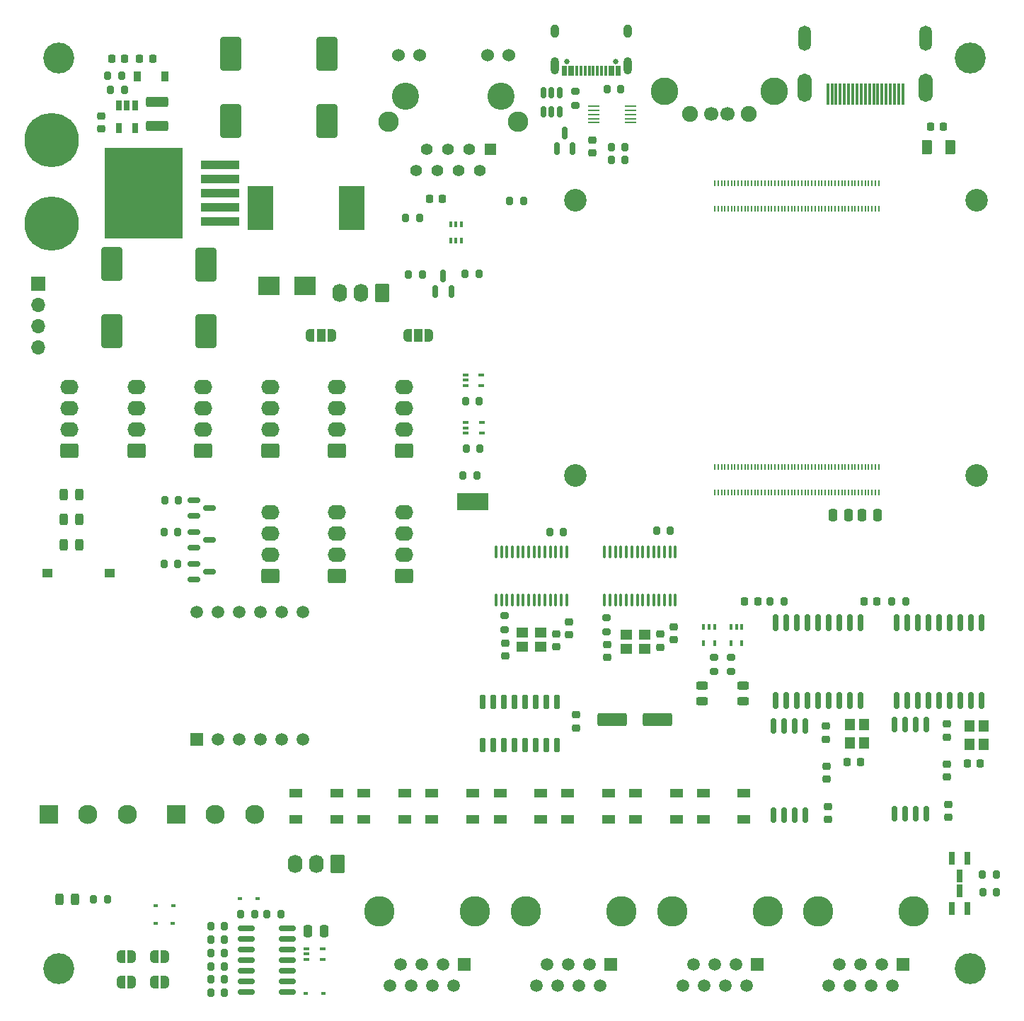
<source format=gts>
G04 #@! TF.GenerationSoftware,KiCad,Pcbnew,6.0.2+dfsg-1*
G04 #@! TF.CreationDate,2022-11-23T20:56:24-08:00*
G04 #@! TF.ProjectId,cm4-robot,636d342d-726f-4626-9f74-2e6b69636164,rev?*
G04 #@! TF.SameCoordinates,Original*
G04 #@! TF.FileFunction,Soldermask,Top*
G04 #@! TF.FilePolarity,Negative*
%FSLAX46Y46*%
G04 Gerber Fmt 4.6, Leading zero omitted, Abs format (unit mm)*
G04 Created by KiCad (PCBNEW 6.0.2+dfsg-1) date 2022-11-23 20:56:24*
%MOMM*%
%LPD*%
G01*
G04 APERTURE LIST*
G04 Aperture macros list*
%AMRoundRect*
0 Rectangle with rounded corners*
0 $1 Rounding radius*
0 $2 $3 $4 $5 $6 $7 $8 $9 X,Y pos of 4 corners*
0 Add a 4 corners polygon primitive as box body*
4,1,4,$2,$3,$4,$5,$6,$7,$8,$9,$2,$3,0*
0 Add four circle primitives for the rounded corners*
1,1,$1+$1,$2,$3*
1,1,$1+$1,$4,$5*
1,1,$1+$1,$6,$7*
1,1,$1+$1,$8,$9*
0 Add four rect primitives between the rounded corners*
20,1,$1+$1,$2,$3,$4,$5,0*
20,1,$1+$1,$4,$5,$6,$7,0*
20,1,$1+$1,$6,$7,$8,$9,0*
20,1,$1+$1,$8,$9,$2,$3,0*%
%AMFreePoly0*
4,1,22,0.500000,-0.750000,0.000000,-0.750000,0.000000,-0.745033,-0.079941,-0.743568,-0.215256,-0.701293,-0.333266,-0.622738,-0.424486,-0.514219,-0.481581,-0.384460,-0.499164,-0.250000,-0.500000,-0.250000,-0.500000,0.250000,-0.499164,0.250000,-0.499963,0.256109,-0.478152,0.396186,-0.417904,0.524511,-0.324060,0.630769,-0.204165,0.706417,-0.067858,0.745374,0.000000,0.744959,0.000000,0.750000,
0.500000,0.750000,0.500000,-0.750000,0.500000,-0.750000,$1*%
%AMFreePoly1*
4,1,20,0.000000,0.744959,0.073905,0.744508,0.209726,0.703889,0.328688,0.626782,0.421226,0.519385,0.479903,0.390333,0.500000,0.250000,0.500000,-0.250000,0.499851,-0.262216,0.476331,-0.402017,0.414519,-0.529596,0.319384,-0.634700,0.198574,-0.708877,0.061801,-0.746166,0.000000,-0.745033,0.000000,-0.750000,-0.500000,-0.750000,-0.500000,0.750000,0.000000,0.750000,0.000000,0.744959,
0.000000,0.744959,$1*%
%AMFreePoly2*
4,1,22,0.550000,-0.750000,0.000000,-0.750000,0.000000,-0.745033,-0.079941,-0.743568,-0.215256,-0.701293,-0.333266,-0.622738,-0.424486,-0.514219,-0.481581,-0.384460,-0.499164,-0.250000,-0.500000,-0.250000,-0.500000,0.250000,-0.499164,0.250000,-0.499963,0.256109,-0.478152,0.396186,-0.417904,0.524511,-0.324060,0.630769,-0.204165,0.706417,-0.067858,0.745374,0.000000,0.744959,0.000000,0.750000,
0.550000,0.750000,0.550000,-0.750000,0.550000,-0.750000,$1*%
%AMFreePoly3*
4,1,20,0.000000,0.744959,0.073905,0.744508,0.209726,0.703889,0.328688,0.626782,0.421226,0.519385,0.479903,0.390333,0.500000,0.250000,0.500000,-0.250000,0.499851,-0.262216,0.476331,-0.402017,0.414519,-0.529596,0.319384,-0.634700,0.198574,-0.708877,0.061801,-0.746166,0.000000,-0.745033,0.000000,-0.750000,-0.550000,-0.750000,-0.550000,0.750000,0.000000,0.750000,0.000000,0.744959,
0.000000,0.744959,$1*%
G04 Aperture macros list end*
%ADD10RoundRect,0.250000X0.845000X-0.620000X0.845000X0.620000X-0.845000X0.620000X-0.845000X-0.620000X0*%
%ADD11O,2.190000X1.740000*%
%ADD12RoundRect,0.200000X-0.200000X-0.275000X0.200000X-0.275000X0.200000X0.275000X-0.200000X0.275000X0*%
%ADD13C,3.650000*%
%ADD14R,1.500000X1.500000*%
%ADD15C,1.500000*%
%ADD16C,3.700000*%
%ADD17R,0.600000X0.450000*%
%ADD18R,1.400000X1.200000*%
%ADD19FreePoly0,180.000000*%
%ADD20FreePoly1,180.000000*%
%ADD21RoundRect,0.250000X1.075000X-0.375000X1.075000X0.375000X-1.075000X0.375000X-1.075000X-0.375000X0*%
%ADD22RoundRect,0.250000X-1.000000X1.750000X-1.000000X-1.750000X1.000000X-1.750000X1.000000X1.750000X0*%
%ADD23R,2.500000X2.300000*%
%ADD24R,0.228600X0.711200*%
%ADD25R,1.500000X1.000000*%
%ADD26RoundRect,0.225000X-0.250000X0.225000X-0.250000X-0.225000X0.250000X-0.225000X0.250000X0.225000X0*%
%ADD27C,6.500000*%
%ADD28RoundRect,0.200000X0.200000X0.275000X-0.200000X0.275000X-0.200000X-0.275000X0.200000X-0.275000X0*%
%ADD29RoundRect,0.225000X0.250000X-0.225000X0.250000X0.225000X-0.250000X0.225000X-0.250000X-0.225000X0*%
%ADD30RoundRect,0.225000X-0.225000X-0.250000X0.225000X-0.250000X0.225000X0.250000X-0.225000X0.250000X0*%
%ADD31FreePoly2,180.000000*%
%ADD32R,1.000000X1.500000*%
%ADD33FreePoly3,180.000000*%
%ADD34RoundRect,0.070000X-0.300000X0.650000X-0.300000X-0.650000X0.300000X-0.650000X0.300000X0.650000X0*%
%ADD35R,0.650000X0.400000*%
%ADD36R,1.200000X1.400000*%
%ADD37RoundRect,0.250000X1.000000X-1.750000X1.000000X1.750000X-1.000000X1.750000X-1.000000X-1.750000X0*%
%ADD38RoundRect,0.150000X-0.587500X-0.150000X0.587500X-0.150000X0.587500X0.150000X-0.587500X0.150000X0*%
%ADD39RoundRect,0.250000X0.375000X0.625000X-0.375000X0.625000X-0.375000X-0.625000X0.375000X-0.625000X0*%
%ADD40RoundRect,0.225000X0.225000X0.250000X-0.225000X0.250000X-0.225000X-0.250000X0.225000X-0.250000X0*%
%ADD41RoundRect,0.070000X0.300000X-0.650000X0.300000X0.650000X-0.300000X0.650000X-0.300000X-0.650000X0*%
%ADD42C,3.250000*%
%ADD43R,1.398000X1.398000*%
%ADD44C,1.398000*%
%ADD45C,1.530000*%
%ADD46C,2.445000*%
%ADD47RoundRect,0.200000X0.275000X-0.200000X0.275000X0.200000X-0.275000X0.200000X-0.275000X-0.200000X0*%
%ADD48R,0.300000X2.600000*%
%ADD49O,1.700000X3.400000*%
%ADD50O,1.500000X3.000000*%
%ADD51RoundRect,0.070000X0.300000X0.525000X-0.300000X0.525000X-0.300000X-0.525000X0.300000X-0.525000X0*%
%ADD52RoundRect,0.200000X-0.275000X0.200000X-0.275000X-0.200000X0.275000X-0.200000X0.275000X0.200000X0*%
%ADD53RoundRect,0.150000X0.150000X-0.875000X0.150000X0.875000X-0.150000X0.875000X-0.150000X-0.875000X0*%
%ADD54RoundRect,0.250000X0.620000X0.845000X-0.620000X0.845000X-0.620000X-0.845000X0.620000X-0.845000X0*%
%ADD55O,1.740000X2.190000*%
%ADD56FreePoly0,0.000000*%
%ADD57FreePoly1,0.000000*%
%ADD58R,0.400000X0.650000*%
%ADD59RoundRect,0.150000X-0.825000X-0.150000X0.825000X-0.150000X0.825000X0.150000X-0.825000X0.150000X0*%
%ADD60RoundRect,0.250000X-0.250000X-0.475000X0.250000X-0.475000X0.250000X0.475000X-0.250000X0.475000X0*%
%ADD61R,2.300000X2.300000*%
%ADD62C,2.300000*%
%ADD63R,4.600000X1.100000*%
%ADD64R,9.400000X10.800000*%
%ADD65RoundRect,0.150000X-0.150000X0.750000X-0.150000X-0.750000X0.150000X-0.750000X0.150000X0.750000X0*%
%ADD66RoundRect,0.243750X0.243750X0.456250X-0.243750X0.456250X-0.243750X-0.456250X0.243750X-0.456250X0*%
%ADD67R,1.200000X1.000000*%
%ADD68C,1.900000*%
%ADD69C,1.700000*%
%ADD70C,3.300000*%
%ADD71RoundRect,0.250000X0.250000X0.475000X-0.250000X0.475000X-0.250000X-0.475000X0.250000X-0.475000X0*%
%ADD72RoundRect,0.250000X-1.500000X-0.550000X1.500000X-0.550000X1.500000X0.550000X-1.500000X0.550000X0*%
%ADD73RoundRect,0.150000X0.150000X-0.587500X0.150000X0.587500X-0.150000X0.587500X-0.150000X-0.587500X0*%
%ADD74C,0.650000*%
%ADD75R,0.300000X1.150000*%
%ADD76O,1.000000X2.100000*%
%ADD77O,1.000000X1.600000*%
%ADD78RoundRect,0.243750X0.456250X-0.243750X0.456250X0.243750X-0.456250X0.243750X-0.456250X-0.243750X0*%
%ADD79RoundRect,0.100000X0.100000X-0.637500X0.100000X0.637500X-0.100000X0.637500X-0.100000X-0.637500X0*%
%ADD80R,1.700000X1.700000*%
%ADD81O,1.700000X1.700000*%
%ADD82R,1.358900X0.279400*%
%ADD83R,0.900000X1.200000*%
%ADD84RoundRect,0.150000X0.150000X-0.725000X0.150000X0.725000X-0.150000X0.725000X-0.150000X-0.725000X0*%
%ADD85C,2.700000*%
%ADD86R,0.200000X0.700000*%
%ADD87RoundRect,0.150000X-0.150000X0.512500X-0.150000X-0.512500X0.150000X-0.512500X0.150000X0.512500X0*%
%ADD88R,3.149600X5.308600*%
%ADD89R,3.800000X2.000000*%
G04 APERTURE END LIST*
D10*
X61750000Y-91500000D03*
D11*
X61750000Y-88960000D03*
X61750000Y-86420000D03*
X61750000Y-83880000D03*
D12*
X62636000Y-151613000D03*
X64286000Y-151613000D03*
D13*
X111770000Y-146650000D03*
X100340000Y-146650000D03*
D14*
X110500000Y-153000000D03*
D15*
X109230000Y-155540000D03*
X107960000Y-153000000D03*
X106690000Y-155540000D03*
X105420000Y-153000000D03*
X104150000Y-155540000D03*
X102880000Y-153000000D03*
X101610000Y-155540000D03*
D10*
X69750000Y-91500000D03*
D11*
X69750000Y-88960000D03*
X69750000Y-86420000D03*
X69750000Y-83880000D03*
D16*
X44500000Y-153500000D03*
D17*
X58128000Y-148094000D03*
X56028000Y-148094000D03*
D18*
X102115000Y-113269000D03*
X99915000Y-113269000D03*
X99915000Y-114969000D03*
X102115000Y-114969000D03*
D19*
X53200000Y-155050000D03*
D20*
X51900000Y-155050000D03*
D13*
X135340000Y-146650000D03*
X146770000Y-146650000D03*
D14*
X145500000Y-153000000D03*
D15*
X144230000Y-155540000D03*
X142960000Y-153000000D03*
X141690000Y-155540000D03*
X140420000Y-153000000D03*
X139150000Y-155540000D03*
X137880000Y-153000000D03*
X136610000Y-155540000D03*
D21*
X56262000Y-52608000D03*
X56262000Y-49808000D03*
D22*
X62099000Y-69208000D03*
X62099000Y-77208000D03*
D23*
X69596000Y-71756000D03*
X73896000Y-71756000D03*
D24*
X122950002Y-59500001D03*
X122950002Y-62579999D03*
X123350001Y-59500001D03*
X123350001Y-62579999D03*
X123750000Y-59500001D03*
X123750000Y-62579999D03*
X124150002Y-59500001D03*
X124150002Y-62579999D03*
X124550001Y-59500001D03*
X124550001Y-62579999D03*
X124950000Y-59500001D03*
X124950000Y-62579999D03*
X125350002Y-59500001D03*
X125350002Y-62579999D03*
X125750001Y-59500001D03*
X125750001Y-62579999D03*
X126150001Y-59500001D03*
X126150001Y-62579999D03*
X126550000Y-59500001D03*
X126550000Y-62579999D03*
X126950001Y-59500001D03*
X126950001Y-62579999D03*
X127350001Y-59500001D03*
X127350001Y-62579999D03*
X127750000Y-59500001D03*
X127750000Y-62579999D03*
X128150002Y-59500001D03*
X128150002Y-62579999D03*
X128550001Y-59500001D03*
X128550001Y-62579999D03*
X128950000Y-59500001D03*
X128950000Y-62579999D03*
X129350002Y-59500001D03*
X129350002Y-62579999D03*
X129750001Y-59500001D03*
X129750001Y-62579999D03*
X130150000Y-59500001D03*
X130150000Y-62579999D03*
X130549999Y-59500001D03*
X130549999Y-62579999D03*
X130950001Y-59500001D03*
X130950001Y-62579999D03*
X131350000Y-59500001D03*
X131350000Y-62579999D03*
X131749999Y-59500001D03*
X131749999Y-62579999D03*
X132150001Y-59500001D03*
X132150001Y-62579999D03*
X132550000Y-59500001D03*
X132550000Y-62579999D03*
X132950000Y-59500001D03*
X132950000Y-62579999D03*
X133350001Y-59500001D03*
X133350001Y-62579999D03*
X133750001Y-59500001D03*
X133750001Y-62579999D03*
X134150000Y-59500001D03*
X134150000Y-62579999D03*
X134549999Y-59500001D03*
X134549999Y-62579999D03*
X134950001Y-59500001D03*
X134950001Y-62579999D03*
X135350000Y-59500001D03*
X135350000Y-62579999D03*
X135749999Y-59500001D03*
X135749999Y-62579999D03*
X136150001Y-59500001D03*
X136150001Y-62579999D03*
X136550000Y-59500001D03*
X136550000Y-62579999D03*
X136949999Y-59500001D03*
X136949999Y-62579999D03*
X137349998Y-59500001D03*
X137349998Y-62579999D03*
X137750000Y-59500001D03*
X137750000Y-62579999D03*
X138149999Y-59500001D03*
X138149999Y-62579999D03*
X138549999Y-59500001D03*
X138549999Y-62579999D03*
X138950000Y-59500001D03*
X138950000Y-62579999D03*
X139349999Y-59500001D03*
X139349999Y-62579999D03*
X139749999Y-59500001D03*
X139749999Y-62579999D03*
X140150000Y-59500001D03*
X140150000Y-62579999D03*
X140550000Y-59500001D03*
X140550000Y-62579999D03*
X140949999Y-59500001D03*
X140949999Y-62579999D03*
X141349998Y-59500001D03*
X141349998Y-62579999D03*
X141750000Y-59500001D03*
X141750000Y-62579999D03*
X142149999Y-59500001D03*
X142149999Y-62579999D03*
X142549998Y-59500001D03*
X142549998Y-62579999D03*
D25*
X102150000Y-135650000D03*
X102150000Y-132450000D03*
X97250000Y-132450000D03*
X97250000Y-135650000D03*
D26*
X136250000Y-124475000D03*
X136250000Y-126025000D03*
D27*
X43600000Y-64300000D03*
D12*
X93206000Y-91223000D03*
X94856000Y-91223000D03*
D28*
X64286000Y-150036000D03*
X62636000Y-150036000D03*
D29*
X110066000Y-116220000D03*
X110066000Y-114670000D03*
D28*
X111697000Y-48203000D03*
X110047000Y-48203000D03*
D30*
X88787000Y-61334000D03*
X90337000Y-61334000D03*
D31*
X77150000Y-77700000D03*
D32*
X75850000Y-77700000D03*
D33*
X74550000Y-77700000D03*
D34*
X153168000Y-140255000D03*
X151268000Y-140255000D03*
X152218000Y-142355000D03*
D18*
X114552000Y-113521000D03*
X112352000Y-113521000D03*
X112352000Y-115221000D03*
X114552000Y-115221000D03*
D26*
X136353000Y-129269000D03*
X136353000Y-130819000D03*
D35*
X93111000Y-82409000D03*
X93111000Y-83059000D03*
X93111000Y-83709000D03*
X95011000Y-83709000D03*
X95011000Y-82409000D03*
D36*
X140800000Y-126481000D03*
X140800000Y-124281000D03*
X139100000Y-124281000D03*
X139100000Y-126481000D03*
D29*
X105533000Y-113505000D03*
X105533000Y-111955000D03*
D37*
X76556000Y-52038000D03*
X76556000Y-44038000D03*
D28*
X112233000Y-56726000D03*
X110583000Y-56726000D03*
D38*
X60613500Y-97399000D03*
X60613500Y-99299000D03*
X62488500Y-98349000D03*
D12*
X154985000Y-142250000D03*
X156635000Y-142250000D03*
D39*
X151151000Y-55145000D03*
X148351000Y-55145000D03*
D40*
X52335600Y-44626600D03*
X50785600Y-44626600D03*
D30*
X126519000Y-109512000D03*
X128069000Y-109512000D03*
D25*
X118350000Y-135650000D03*
X118350000Y-132450000D03*
X113450000Y-132450000D03*
X113450000Y-135650000D03*
D19*
X53200000Y-152050000D03*
D20*
X51900000Y-152050000D03*
D30*
X148727000Y-52742000D03*
X150277000Y-52742000D03*
D41*
X151268000Y-146305000D03*
X153168000Y-146305000D03*
X152218000Y-144205000D03*
D38*
X60613500Y-101223000D03*
X60613500Y-103123000D03*
X62488500Y-102173000D03*
D25*
X77750000Y-135650000D03*
X77750000Y-132450000D03*
X72850000Y-132450000D03*
X72850000Y-135650000D03*
D10*
X77750000Y-106500000D03*
D11*
X77750000Y-103960000D03*
X77750000Y-101420000D03*
X77750000Y-98880000D03*
D42*
X85975000Y-49076000D03*
X97405000Y-49076000D03*
D43*
X96140000Y-55426000D03*
D44*
X94870000Y-57966000D03*
X93600000Y-55426000D03*
X92330000Y-57966000D03*
X91060000Y-55426000D03*
X89790000Y-57966000D03*
X88520000Y-55426000D03*
X87250000Y-57966000D03*
D45*
X98315000Y-44176000D03*
X95775000Y-44176000D03*
X87605000Y-44176000D03*
X85065000Y-44176000D03*
D46*
X99435000Y-52126000D03*
X83945000Y-52126000D03*
D47*
X124890000Y-117911000D03*
X124890000Y-116261000D03*
D48*
X136460000Y-48849000D03*
X136960000Y-48849000D03*
X137460000Y-48849000D03*
X137960000Y-48849000D03*
X138460000Y-48849000D03*
X138960000Y-48849000D03*
X139460000Y-48849000D03*
X139960000Y-48849000D03*
X140460000Y-48849000D03*
X140960000Y-48849000D03*
X141460000Y-48849000D03*
X141960000Y-48849000D03*
X142460000Y-48849000D03*
X142960000Y-48849000D03*
X143460000Y-48849000D03*
X143960000Y-48849000D03*
X144460000Y-48849000D03*
X144960000Y-48849000D03*
X145460000Y-48849000D03*
D49*
X148210000Y-48089000D03*
D50*
X148210000Y-42129000D03*
D49*
X133710000Y-48089000D03*
D50*
X133710000Y-42129000D03*
D51*
X53567000Y-50192000D03*
X52617000Y-50192000D03*
X51667000Y-50192000D03*
X51667000Y-52892000D03*
X53567000Y-52892000D03*
D12*
X57074000Y-101234000D03*
X58724000Y-101234000D03*
X62636000Y-148436000D03*
X64286000Y-148436000D03*
D35*
X93153000Y-88117000D03*
X93153000Y-88767000D03*
X93153000Y-89417000D03*
X95053000Y-89417000D03*
X95053000Y-88117000D03*
D12*
X48621000Y-145218000D03*
X50271000Y-145218000D03*
D26*
X116412000Y-113453000D03*
X116412000Y-115003000D03*
D52*
X97824000Y-111252000D03*
X97824000Y-112902000D03*
D53*
X130209000Y-121401000D03*
X131479000Y-121401000D03*
X132749000Y-121401000D03*
X134019000Y-121401000D03*
X135289000Y-121401000D03*
X136559000Y-121401000D03*
X137829000Y-121401000D03*
X139099000Y-121401000D03*
X140369000Y-121401000D03*
X140369000Y-112101000D03*
X139099000Y-112101000D03*
X137829000Y-112101000D03*
X136559000Y-112101000D03*
X135289000Y-112101000D03*
X134019000Y-112101000D03*
X132749000Y-112101000D03*
X131479000Y-112101000D03*
X130209000Y-112101000D03*
D30*
X54128000Y-44635800D03*
X55678000Y-44635800D03*
D16*
X44500000Y-44500000D03*
D27*
X43600000Y-54300000D03*
D10*
X45750000Y-91500000D03*
D11*
X45750000Y-88960000D03*
X45750000Y-86420000D03*
X45750000Y-83880000D03*
D26*
X150872000Y-133816000D03*
X150872000Y-135366000D03*
D28*
X64286000Y-154790000D03*
X62636000Y-154790000D03*
D40*
X140360000Y-128794000D03*
X138810000Y-128794000D03*
D29*
X97846000Y-116092000D03*
X97846000Y-114542000D03*
D28*
X94475000Y-94489000D03*
X92825000Y-94489000D03*
D54*
X83180000Y-72615000D03*
D55*
X80640000Y-72615000D03*
X78100000Y-72615000D03*
D56*
X55900000Y-155050000D03*
D57*
X57200000Y-155050000D03*
D58*
X126186000Y-112624000D03*
X125536000Y-112624000D03*
X124886000Y-112624000D03*
X124886000Y-114524000D03*
X126186000Y-114524000D03*
D59*
X66891000Y-148643000D03*
X66891000Y-149913000D03*
X66891000Y-151183000D03*
X66891000Y-152453000D03*
X66891000Y-153723000D03*
X66891000Y-154993000D03*
X66891000Y-156263000D03*
X71841000Y-156263000D03*
X71841000Y-154993000D03*
X71841000Y-153723000D03*
X71841000Y-152453000D03*
X71841000Y-151183000D03*
X71841000Y-149913000D03*
X71841000Y-148643000D03*
D36*
X155119000Y-126651000D03*
X155119000Y-124451000D03*
X153419000Y-124451000D03*
X153419000Y-126651000D03*
D60*
X140550000Y-99250000D03*
X142450000Y-99250000D03*
D61*
X58500000Y-135000000D03*
D62*
X63199000Y-135000000D03*
X67898000Y-135000000D03*
D17*
X74027000Y-156423000D03*
X76127000Y-156423000D03*
D63*
X63781000Y-64096000D03*
X63781000Y-62396000D03*
D64*
X54631000Y-60696000D03*
D63*
X63781000Y-60696000D03*
X63781000Y-58996000D03*
X63781000Y-57296000D03*
D58*
X122909000Y-112629000D03*
X122259000Y-112629000D03*
X121609000Y-112629000D03*
X121609000Y-114529000D03*
X122909000Y-114529000D03*
D65*
X148292000Y-124297000D03*
X147022000Y-124297000D03*
X145752000Y-124297000D03*
X144482000Y-124297000D03*
X144482000Y-134947000D03*
X145752000Y-134947000D03*
X147022000Y-134947000D03*
X148292000Y-134947000D03*
D37*
X65016000Y-52038000D03*
X65016000Y-44038000D03*
D52*
X106282000Y-48501000D03*
X106282000Y-50151000D03*
D28*
X145764000Y-109512000D03*
X144114000Y-109512000D03*
D35*
X74125000Y-151070000D03*
X74125000Y-151720000D03*
X74125000Y-152370000D03*
X76025000Y-152370000D03*
X76025000Y-151070000D03*
D66*
X46937500Y-99750000D03*
X45062500Y-99750000D03*
D10*
X69750000Y-106500000D03*
D11*
X69750000Y-103960000D03*
X69750000Y-101420000D03*
X69750000Y-98880000D03*
D12*
X57074000Y-105039000D03*
X58724000Y-105039000D03*
X50336000Y-46602000D03*
X51986000Y-46602000D03*
D10*
X85750000Y-106500000D03*
D11*
X85750000Y-103960000D03*
X85750000Y-101420000D03*
X85750000Y-98880000D03*
D28*
X156675000Y-144350000D03*
X155025000Y-144350000D03*
X64286000Y-153240000D03*
X62636000Y-153240000D03*
D47*
X122884000Y-117894000D03*
X122884000Y-116244000D03*
D22*
X50800000Y-69191000D03*
X50800000Y-77191000D03*
D67*
X43124000Y-106171000D03*
X50524000Y-106171000D03*
D68*
X127000000Y-51210000D03*
D69*
X124500000Y-51210000D03*
X122500000Y-51210000D03*
D68*
X120000000Y-51210000D03*
D70*
X130070000Y-48500000D03*
X116930000Y-48500000D03*
D17*
X68253000Y-145123000D03*
X66153000Y-145123000D03*
D16*
X153500000Y-44500000D03*
D25*
X126450000Y-135650000D03*
X126450000Y-132450000D03*
X121550000Y-132450000D03*
X121550000Y-135650000D03*
D12*
X110573000Y-55148000D03*
X112223000Y-55148000D03*
D10*
X85750000Y-91500000D03*
D11*
X85750000Y-88960000D03*
X85750000Y-86420000D03*
X85750000Y-83880000D03*
D10*
X53750000Y-91500000D03*
D11*
X53750000Y-88960000D03*
X53750000Y-86420000D03*
X53750000Y-83880000D03*
D16*
X153500000Y-153500000D03*
D12*
X86309000Y-70403000D03*
X87959000Y-70403000D03*
D71*
X138950000Y-99250000D03*
X137050000Y-99250000D03*
D72*
X110662000Y-123675000D03*
X116062000Y-123675000D03*
D73*
X104036000Y-55389500D03*
X105936000Y-55389500D03*
X104986000Y-53514500D03*
D26*
X150745000Y-129019000D03*
X150745000Y-130569000D03*
D12*
X85971000Y-63672000D03*
X87621000Y-63672000D03*
X69386000Y-146993000D03*
X71036000Y-146993000D03*
X57147000Y-97427000D03*
X58797000Y-97427000D03*
D26*
X150750000Y-124215000D03*
X150750000Y-125765000D03*
D12*
X62636000Y-156363000D03*
X64286000Y-156363000D03*
X98397000Y-61618000D03*
X100047000Y-61618000D03*
D54*
X77820000Y-140957000D03*
D55*
X75280000Y-140957000D03*
X72740000Y-140957000D03*
D29*
X108331000Y-55847000D03*
X108331000Y-54297000D03*
D28*
X94750000Y-85540000D03*
X93100000Y-85540000D03*
D13*
X94270000Y-146650000D03*
X82840000Y-146650000D03*
D14*
X93000000Y-153000000D03*
D15*
X91730000Y-155540000D03*
X90460000Y-153000000D03*
X89190000Y-155540000D03*
X87920000Y-153000000D03*
X86650000Y-155540000D03*
X85380000Y-153000000D03*
X84110000Y-155540000D03*
D61*
X43250000Y-135000000D03*
D62*
X47949000Y-135000000D03*
X52648000Y-135000000D03*
D14*
X61000000Y-126067000D03*
D15*
X63540000Y-126067000D03*
X66080000Y-126067000D03*
X68620000Y-126067000D03*
X71160000Y-126067000D03*
X73700000Y-126067000D03*
X73700000Y-110827000D03*
X71160000Y-110827000D03*
X68620000Y-110827000D03*
X66080000Y-110827000D03*
X63540000Y-110827000D03*
X61000000Y-110827000D03*
D28*
X52305000Y-48334000D03*
X50655000Y-48334000D03*
D66*
X46937500Y-96750000D03*
X45062500Y-96750000D03*
D28*
X104839000Y-101267000D03*
X103189000Y-101267000D03*
D52*
X110022000Y-111502000D03*
X110022000Y-113152000D03*
D74*
X105280000Y-44953000D03*
X111060000Y-44953000D03*
D75*
X111520000Y-46018000D03*
X110720000Y-46018000D03*
X109420000Y-46018000D03*
X108420000Y-46018000D03*
X107920000Y-46018000D03*
X106920000Y-46018000D03*
X105620000Y-46018000D03*
X104820000Y-46018000D03*
X105120000Y-46018000D03*
X105920000Y-46018000D03*
X106420000Y-46018000D03*
X107420000Y-46018000D03*
X108920000Y-46018000D03*
X109920000Y-46018000D03*
X110420000Y-46018000D03*
X111220000Y-46018000D03*
D76*
X112490000Y-45453000D03*
D77*
X103850000Y-41273000D03*
D76*
X103850000Y-45453000D03*
D77*
X112490000Y-41273000D03*
D38*
X60613500Y-105041000D03*
X60613500Y-106941000D03*
X62488500Y-105991000D03*
D60*
X74290000Y-149030000D03*
X76190000Y-149030000D03*
D56*
X55900000Y-152050000D03*
D57*
X57200000Y-152050000D03*
D29*
X49571000Y-53000000D03*
X49571000Y-51450000D03*
D12*
X66236000Y-146993000D03*
X67886000Y-146993000D03*
D53*
X144682000Y-121397000D03*
X145952000Y-121397000D03*
X147222000Y-121397000D03*
X148492000Y-121397000D03*
X149762000Y-121397000D03*
X151032000Y-121397000D03*
X152302000Y-121397000D03*
X153572000Y-121397000D03*
X154842000Y-121397000D03*
X154842000Y-112097000D03*
X153572000Y-112097000D03*
X152302000Y-112097000D03*
X151032000Y-112097000D03*
X149762000Y-112097000D03*
X148492000Y-112097000D03*
X147222000Y-112097000D03*
X145952000Y-112097000D03*
X144682000Y-112097000D03*
D25*
X85850000Y-135650000D03*
X85850000Y-132450000D03*
X80950000Y-132450000D03*
X80950000Y-135650000D03*
D13*
X129270000Y-146650000D03*
X117840000Y-146650000D03*
D14*
X128000000Y-153000000D03*
D15*
X126730000Y-155540000D03*
X125460000Y-153000000D03*
X124190000Y-155540000D03*
X122920000Y-153000000D03*
X121650000Y-155540000D03*
X120380000Y-153000000D03*
X119110000Y-155540000D03*
D25*
X93950000Y-135650000D03*
X93950000Y-132450000D03*
X89050000Y-132450000D03*
X89050000Y-135650000D03*
D65*
X133771000Y-124424000D03*
X132501000Y-124424000D03*
X131231000Y-124424000D03*
X129961000Y-124424000D03*
X129961000Y-135074000D03*
X131231000Y-135074000D03*
X132501000Y-135074000D03*
X133771000Y-135074000D03*
D25*
X110250000Y-135650000D03*
X110250000Y-132450000D03*
X105350000Y-132450000D03*
X105350000Y-135650000D03*
D10*
X77750000Y-91500000D03*
D11*
X77750000Y-88960000D03*
X77750000Y-86420000D03*
X77750000Y-83880000D03*
D78*
X121430000Y-121466500D03*
X121430000Y-119591500D03*
D40*
X154731000Y-128927000D03*
X153181000Y-128927000D03*
D26*
X136497000Y-134089000D03*
X136497000Y-135639000D03*
D28*
X131240000Y-109512000D03*
X129590000Y-109512000D03*
D79*
X96775000Y-109362500D03*
X97425000Y-109362500D03*
X98075000Y-109362500D03*
X98725000Y-109362500D03*
X99375000Y-109362500D03*
X100025000Y-109362500D03*
X100675000Y-109362500D03*
X101325000Y-109362500D03*
X101975000Y-109362500D03*
X102625000Y-109362500D03*
X103275000Y-109362500D03*
X103925000Y-109362500D03*
X104575000Y-109362500D03*
X105225000Y-109362500D03*
X105225000Y-103637500D03*
X104575000Y-103637500D03*
X103925000Y-103637500D03*
X103275000Y-103637500D03*
X102625000Y-103637500D03*
X101975000Y-103637500D03*
X101325000Y-103637500D03*
X100675000Y-103637500D03*
X100025000Y-103637500D03*
X99375000Y-103637500D03*
X98725000Y-103637500D03*
X98075000Y-103637500D03*
X97425000Y-103637500D03*
X96775000Y-103637500D03*
D80*
X42000000Y-71500000D03*
D81*
X42000000Y-74040000D03*
X42000000Y-76580000D03*
X42000000Y-79120000D03*
D30*
X140814000Y-109512000D03*
X142364000Y-109512000D03*
D24*
X122950002Y-93420001D03*
X122950002Y-96499999D03*
X123350001Y-93420001D03*
X123350001Y-96499999D03*
X123750000Y-93420001D03*
X123750000Y-96499999D03*
X124150002Y-93420001D03*
X124150002Y-96499999D03*
X124550001Y-93420001D03*
X124550001Y-96499999D03*
X124950000Y-93420001D03*
X124950000Y-96499999D03*
X125350002Y-93420001D03*
X125350002Y-96499999D03*
X125750001Y-93420001D03*
X125750001Y-96499999D03*
X126150001Y-93420001D03*
X126150001Y-96499999D03*
X126550000Y-93420001D03*
X126550000Y-96499999D03*
X126950001Y-93420001D03*
X126950001Y-96499999D03*
X127350001Y-93420001D03*
X127350001Y-96499999D03*
X127750000Y-93420001D03*
X127750000Y-96499999D03*
X128150002Y-93420001D03*
X128150002Y-96499999D03*
X128550001Y-93420001D03*
X128550001Y-96499999D03*
X128950000Y-93420001D03*
X128950000Y-96499999D03*
X129350002Y-93420001D03*
X129350002Y-96499999D03*
X129750001Y-93420001D03*
X129750001Y-96499999D03*
X130150000Y-93420001D03*
X130150000Y-96499999D03*
X130549999Y-93420001D03*
X130549999Y-96499999D03*
X130950001Y-93420001D03*
X130950001Y-96499999D03*
X131350000Y-93420001D03*
X131350000Y-96499999D03*
X131749999Y-93420001D03*
X131749999Y-96499999D03*
X132150001Y-93420001D03*
X132150001Y-96499999D03*
X132550000Y-93420001D03*
X132550000Y-96499999D03*
X132950000Y-93420001D03*
X132950000Y-96499999D03*
X133350001Y-93420001D03*
X133350001Y-96499999D03*
X133750001Y-93420001D03*
X133750001Y-96499999D03*
X134150000Y-93420001D03*
X134150000Y-96499999D03*
X134549999Y-93420001D03*
X134549999Y-96499999D03*
X134950001Y-93420001D03*
X134950001Y-96499999D03*
X135350000Y-93420001D03*
X135350000Y-96499999D03*
X135749999Y-93420001D03*
X135749999Y-96499999D03*
X136150001Y-93420001D03*
X136150001Y-96499999D03*
X136550000Y-93420001D03*
X136550000Y-96499999D03*
X136949999Y-93420001D03*
X136949999Y-96499999D03*
X137349998Y-93420001D03*
X137349998Y-96499999D03*
X137750000Y-93420001D03*
X137750000Y-96499999D03*
X138149999Y-93420001D03*
X138149999Y-96499999D03*
X138549999Y-93420001D03*
X138549999Y-96499999D03*
X138950000Y-93420001D03*
X138950000Y-96499999D03*
X139349999Y-93420001D03*
X139349999Y-96499999D03*
X139749999Y-93420001D03*
X139749999Y-96499999D03*
X140150000Y-93420001D03*
X140150000Y-96499999D03*
X140550000Y-93420001D03*
X140550000Y-96499999D03*
X140949999Y-93420001D03*
X140949999Y-96499999D03*
X141349998Y-93420001D03*
X141349998Y-96499999D03*
X141750000Y-93420001D03*
X141750000Y-96499999D03*
X142149999Y-93420001D03*
X142149999Y-96499999D03*
X142549998Y-93420001D03*
X142549998Y-96499999D03*
D82*
X112848550Y-52262001D03*
X112848550Y-51761999D03*
X112848550Y-51262000D03*
X112848550Y-50762001D03*
X112848550Y-50261999D03*
X108441650Y-50261999D03*
X108441650Y-50762001D03*
X108441650Y-51262000D03*
X108441650Y-51761999D03*
X108441650Y-52262001D03*
D28*
X94709000Y-70369000D03*
X93059000Y-70369000D03*
D29*
X118031000Y-114141000D03*
X118031000Y-112591000D03*
D66*
X46442500Y-145203000D03*
X44567500Y-145203000D03*
D83*
X53898000Y-46713200D03*
X57198000Y-46713200D03*
D84*
X95187000Y-126753000D03*
X96457000Y-126753000D03*
X97727000Y-126753000D03*
X98997000Y-126753000D03*
X100267000Y-126753000D03*
X101537000Y-126753000D03*
X102807000Y-126753000D03*
X104077000Y-126753000D03*
X104077000Y-121603000D03*
X102807000Y-121603000D03*
X101537000Y-121603000D03*
X100267000Y-121603000D03*
X98997000Y-121603000D03*
X97727000Y-121603000D03*
X96457000Y-121603000D03*
X95187000Y-121603000D03*
D28*
X117627000Y-101083000D03*
X115977000Y-101083000D03*
D79*
X109775000Y-109362500D03*
X110425000Y-109362500D03*
X111075000Y-109362500D03*
X111725000Y-109362500D03*
X112375000Y-109362500D03*
X113025000Y-109362500D03*
X113675000Y-109362500D03*
X114325000Y-109362500D03*
X114975000Y-109362500D03*
X115625000Y-109362500D03*
X116275000Y-109362500D03*
X116925000Y-109362500D03*
X117575000Y-109362500D03*
X118225000Y-109362500D03*
X118225000Y-103637500D03*
X117575000Y-103637500D03*
X116925000Y-103637500D03*
X116275000Y-103637500D03*
X115625000Y-103637500D03*
X114975000Y-103637500D03*
X114325000Y-103637500D03*
X113675000Y-103637500D03*
X113025000Y-103637500D03*
X112375000Y-103637500D03*
X111725000Y-103637500D03*
X111075000Y-103637500D03*
X110425000Y-103637500D03*
X109775000Y-103637500D03*
D26*
X103943000Y-113394000D03*
X103943000Y-114944000D03*
D78*
X126338000Y-121478500D03*
X126338000Y-119603500D03*
D31*
X88775125Y-77700000D03*
D32*
X87475125Y-77700000D03*
D33*
X86175125Y-77700000D03*
D17*
X58133000Y-145947000D03*
X56033000Y-145947000D03*
D85*
X154250000Y-94500000D03*
X154250000Y-61500000D03*
X106250000Y-94500000D03*
X106250000Y-61500000D03*
D86*
X122950000Y-96500000D03*
X122950000Y-93420000D03*
X123350000Y-96500000D03*
X123350000Y-93420000D03*
X123750000Y-96500000D03*
X123750000Y-93420000D03*
X124150000Y-96500000D03*
X124150000Y-93420000D03*
X124550000Y-96500000D03*
X124550000Y-93420000D03*
X124950000Y-96500000D03*
X124950000Y-93420000D03*
X125350000Y-96500000D03*
X125350000Y-93420000D03*
X125750000Y-96500000D03*
X125750000Y-93420000D03*
X126150000Y-96500000D03*
X126150000Y-93420000D03*
X126550000Y-96500000D03*
X126550000Y-93420000D03*
X126950000Y-96500000D03*
X126950000Y-93420000D03*
X127350000Y-96500000D03*
X127350000Y-93420000D03*
X127750000Y-96500000D03*
X127750000Y-93420000D03*
X128150000Y-96500000D03*
X128150000Y-93420000D03*
X128550000Y-96500000D03*
X128550000Y-93420000D03*
X128950000Y-96500000D03*
X128950000Y-93420000D03*
X129350000Y-96500000D03*
X129350000Y-93420000D03*
X129750000Y-96500000D03*
X129750000Y-93420000D03*
X130150000Y-96500000D03*
X130150000Y-93420000D03*
X130550000Y-96500000D03*
X130550000Y-93420000D03*
X130950000Y-96500000D03*
X130950000Y-93420000D03*
X131350000Y-96500000D03*
X131350000Y-93420000D03*
X131750000Y-96500000D03*
X131750000Y-93420000D03*
X132150000Y-96500000D03*
X132150000Y-93420000D03*
X132550000Y-96500000D03*
X132550000Y-93420000D03*
X132950000Y-96500000D03*
X132950000Y-93420000D03*
X133350000Y-96500000D03*
X133350000Y-93420000D03*
X133750000Y-96500000D03*
X133750000Y-93420000D03*
X134150000Y-96500000D03*
X134150000Y-93420000D03*
X134550000Y-96500000D03*
X134550000Y-93420000D03*
X134950000Y-96500000D03*
X134950000Y-93420000D03*
X135350000Y-96500000D03*
X135350000Y-93420000D03*
X135750000Y-96500000D03*
X135750000Y-93420000D03*
X136150000Y-96500000D03*
X136150000Y-93420000D03*
X136550000Y-96500000D03*
X136550000Y-93420000D03*
X136950000Y-96500000D03*
X136950000Y-93420000D03*
X137350000Y-96500000D03*
X137350000Y-93420000D03*
X137750000Y-96500000D03*
X137750000Y-93420000D03*
X138150000Y-96500000D03*
X138150000Y-93420000D03*
X138550000Y-96500000D03*
X138550000Y-93420000D03*
X138950000Y-96500000D03*
X138950000Y-93420000D03*
X139350000Y-96500000D03*
X139350000Y-93420000D03*
X139750000Y-96500000D03*
X139750000Y-93420000D03*
X140150000Y-96500000D03*
X140150000Y-93420000D03*
X140550000Y-96500000D03*
X140550000Y-93420000D03*
X140950000Y-96500000D03*
X140950000Y-93420000D03*
X141350000Y-96500000D03*
X141350000Y-93420000D03*
X141750000Y-96500000D03*
X141750000Y-93420000D03*
X142150000Y-96500000D03*
X142150000Y-93420000D03*
X142550000Y-96500000D03*
X142550000Y-93420000D03*
X122950000Y-62580000D03*
X122950000Y-59500000D03*
X123350000Y-62580000D03*
X123350000Y-59500000D03*
X123750000Y-62580000D03*
X123750000Y-59500000D03*
X124150000Y-62580000D03*
X124150000Y-59500000D03*
X124550000Y-62580000D03*
X124550000Y-59500000D03*
X124950000Y-62580000D03*
X124950000Y-59500000D03*
X125350000Y-62580000D03*
X125350000Y-59500000D03*
X125750000Y-62580000D03*
X125750000Y-59500000D03*
X126150000Y-62580000D03*
X126150000Y-59500000D03*
X126550000Y-62580000D03*
X126550000Y-59500000D03*
X126950000Y-62580000D03*
X126950000Y-59500000D03*
X127350000Y-62580000D03*
X127350000Y-59500000D03*
X127750000Y-62580000D03*
X127750000Y-59500000D03*
X128150000Y-62580000D03*
X128150000Y-59500000D03*
X128550000Y-62580000D03*
X128550000Y-59500000D03*
X128950000Y-62580000D03*
X128950000Y-59500000D03*
X129350000Y-62580000D03*
X129350000Y-59500000D03*
X129750000Y-62580000D03*
X129750000Y-59500000D03*
X130150000Y-62580000D03*
X130150000Y-59500000D03*
X130550000Y-62580000D03*
X130550000Y-59500000D03*
X130950000Y-62580000D03*
X130950000Y-59500000D03*
X131350000Y-62580000D03*
X131350000Y-59500000D03*
X131750000Y-62580000D03*
X131750000Y-59500000D03*
X132150000Y-62580000D03*
X132150000Y-59500000D03*
X132550000Y-62580000D03*
X132550000Y-59500000D03*
X132950000Y-62580000D03*
X132950000Y-59500000D03*
X133350000Y-62580000D03*
X133350000Y-59500000D03*
X133750000Y-62580000D03*
X133750000Y-59500000D03*
X134150000Y-62580000D03*
X134150000Y-59500000D03*
X134550000Y-62580000D03*
X134550000Y-59500000D03*
X134950000Y-62580000D03*
X134950000Y-59500000D03*
X135350000Y-62580000D03*
X135350000Y-59500000D03*
X135750000Y-62580000D03*
X135750000Y-59500000D03*
X136150000Y-62580000D03*
X136150000Y-59500000D03*
X136550000Y-62580000D03*
X136550000Y-59500000D03*
X136950000Y-62580000D03*
X136950000Y-59500000D03*
X137350000Y-62580000D03*
X137350000Y-59500000D03*
X137750000Y-62580000D03*
X137750000Y-59500000D03*
X138150000Y-62580000D03*
X138150000Y-59500000D03*
X138550000Y-62580000D03*
X138550000Y-59500000D03*
X138950000Y-62580000D03*
X138950000Y-59500000D03*
X139350000Y-62580000D03*
X139350000Y-59500000D03*
X139750000Y-62580000D03*
X139750000Y-59500000D03*
X140150000Y-62580000D03*
X140150000Y-59500000D03*
X140550000Y-62580000D03*
X140550000Y-59500000D03*
X140950000Y-62580000D03*
X140950000Y-59500000D03*
X141350000Y-62580000D03*
X141350000Y-59500000D03*
X141750000Y-62580000D03*
X141750000Y-59500000D03*
X142150000Y-62580000D03*
X142150000Y-59500000D03*
X142550000Y-62580000D03*
X142550000Y-59500000D03*
D26*
X106352000Y-123110000D03*
X106352000Y-124660000D03*
D87*
X104366000Y-48702500D03*
X103416000Y-48702500D03*
X102466000Y-48702500D03*
X102466000Y-50977500D03*
X103416000Y-50977500D03*
X104366000Y-50977500D03*
D73*
X89510000Y-72485500D03*
X91410000Y-72485500D03*
X90460000Y-70610500D03*
D88*
X68579300Y-62430000D03*
X79526700Y-62430000D03*
D58*
X92638000Y-64435000D03*
X91988000Y-64435000D03*
X91338000Y-64435000D03*
X91338000Y-66335000D03*
X91988000Y-66335000D03*
X92638000Y-66335000D03*
D89*
X93990000Y-97579000D03*
D66*
X46937500Y-102750000D03*
X45062500Y-102750000D03*
M02*

</source>
